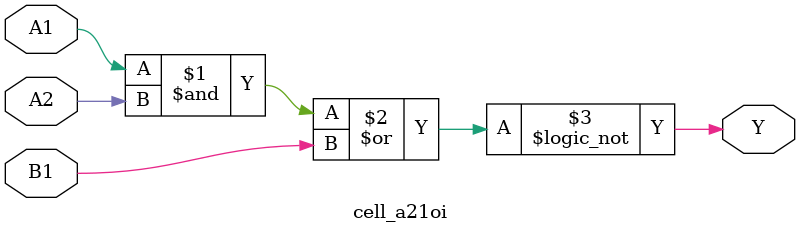
<source format=v>
`timescale 1ps/1ps
module cell_a21oi
(
    input wire A1,
    input wire A2,
    input wire B1,
    output wire Y
);
    assign Y = !((A1 & A2) | B1);
endmodule

</source>
